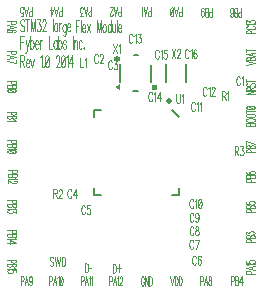
<source format=gto>
G04 DipTrace 2.4.0.2*
%INSTM32.gto*%
%MOMM*%
%ADD17C,0.152*%
%ADD32O,0.507X0.436*%
%ADD42O,0.525X0.48*%
%ADD70C,0.118*%
%ADD71C,0.111*%
%ADD72C,0.083*%
%FSLAX53Y53*%
G04*
G71*
G90*
G75*
G01*
%LNTopSilk*%
%LPD*%
D32*
X25875Y27858D3*
X26103Y27153D2*
D17*
X26703Y26553D1*
Y20553D2*
Y19953D1*
X26103D1*
X19503Y20553D2*
Y19953D1*
X20103D1*
Y27153D2*
X19503D1*
Y26553D1*
D42*
X21461Y31462D3*
G36*
X24819Y29242D2*
X24389D1*
Y28807D1*
X24819D1*
Y29242D1*
G37*
G36*
X21689Y29347D2*
X21329Y29062D1*
X21689Y28802D1*
Y28792D1*
D1*
Y29347D1*
G37*
X24369Y30977D2*
D17*
Y29487D1*
X23219Y28712D2*
X22849D1*
X21719Y30987D2*
Y29487D1*
X22869Y31787D2*
X23219D1*
X27285Y31040D2*
Y29505D1*
X25632Y31050D2*
Y29505D1*
X31890Y29803D2*
D70*
X31868Y29876D1*
X31824Y29949D1*
X31781Y29985D1*
X31693D1*
X31649Y29949D1*
X31606Y29876D1*
X31583Y29803D1*
X31562Y29694D1*
Y29511D1*
X31583Y29403D1*
X31606Y29329D1*
X31649Y29257D1*
X31693Y29220D1*
X31781D1*
X31824Y29257D1*
X31868Y29329D1*
X31890Y29403D1*
X32031Y29839D2*
X32075Y29876D1*
X32141Y29985D1*
Y29220D1*
X19850Y31698D2*
X19828Y31770D1*
X19784Y31843D1*
X19741Y31880D1*
X19653D1*
X19609Y31843D1*
X19566Y31770D1*
X19544Y31698D1*
X19522Y31588D1*
Y31405D1*
X19544Y31297D1*
X19566Y31223D1*
X19609Y31151D1*
X19653Y31114D1*
X19741D1*
X19784Y31151D1*
X19828Y31223D1*
X19850Y31297D1*
X20013Y31697D2*
Y31733D1*
X20035Y31806D1*
X20057Y31843D1*
X20101Y31879D1*
X20188D1*
X20232Y31843D1*
X20254Y31806D1*
X20276Y31733D1*
Y31661D1*
X20254Y31587D1*
X20210Y31479D1*
X19991Y31114D1*
X20297D1*
X21039Y31152D2*
X21017Y31225D1*
X20973Y31298D1*
X20930Y31334D1*
X20842D1*
X20798Y31298D1*
X20755Y31225D1*
X20733Y31152D1*
X20711Y31043D1*
Y30860D1*
X20733Y30751D1*
X20755Y30678D1*
X20798Y30606D1*
X20842Y30569D1*
X20930D1*
X20973Y30606D1*
X21017Y30678D1*
X21039Y30751D1*
X21224Y31333D2*
X21464D1*
X21333Y31042D1*
X21399D1*
X21442Y31006D1*
X21464Y30970D1*
X21486Y30860D1*
Y30788D1*
X21464Y30678D1*
X21421Y30605D1*
X21355Y30569D1*
X21289D1*
X21224Y30605D1*
X21202Y30642D1*
X21180Y30714D1*
X17597Y20258D2*
X17575Y20331D1*
X17531Y20404D1*
X17488Y20440D1*
X17400D1*
X17356Y20404D1*
X17313Y20331D1*
X17291Y20258D1*
X17269Y20149D1*
Y19966D1*
X17291Y19858D1*
X17313Y19784D1*
X17356Y19712D1*
X17400Y19675D1*
X17488D1*
X17531Y19712D1*
X17575Y19784D1*
X17597Y19858D1*
X17957Y19675D2*
Y20440D1*
X17738Y19930D1*
X18066D1*
X18764Y18886D2*
X18742Y18958D1*
X18698Y19031D1*
X18655Y19068D1*
X18567D1*
X18523Y19031D1*
X18480Y18958D1*
X18458Y18886D1*
X18436Y18776D1*
Y18593D1*
X18458Y18485D1*
X18480Y18411D1*
X18523Y18339D1*
X18567Y18302D1*
X18655D1*
X18698Y18339D1*
X18742Y18411D1*
X18764Y18485D1*
X19167Y19067D2*
X18949D1*
X18927Y18739D1*
X18949Y18775D1*
X19015Y18812D1*
X19080D1*
X19146Y18775D1*
X19190Y18703D1*
X19211Y18593D1*
Y18521D1*
X19190Y18411D1*
X19146Y18338D1*
X19080Y18302D1*
X19015D1*
X18949Y18338D1*
X18927Y18375D1*
X18905Y18448D1*
X28155Y14616D2*
X28133Y14688D1*
X28089Y14762D1*
X28046Y14798D1*
X27958D1*
X27914Y14762D1*
X27871Y14688D1*
X27849Y14616D1*
X27827Y14506D1*
Y14324D1*
X27849Y14215D1*
X27871Y14142D1*
X27914Y14069D1*
X27958Y14032D1*
X28046D1*
X28089Y14069D1*
X28133Y14142D1*
X28155Y14215D1*
X28558Y14688D2*
X28537Y14761D1*
X28471Y14797D1*
X28427D1*
X28362Y14761D1*
X28318Y14651D1*
X28296Y14469D1*
Y14287D1*
X28318Y14142D1*
X28362Y14068D1*
X28427Y14032D1*
X28449D1*
X28514Y14068D1*
X28558Y14142D1*
X28580Y14251D1*
Y14287D1*
X28558Y14397D1*
X28514Y14469D1*
X28449Y14506D1*
X28427D1*
X28362Y14469D1*
X28318Y14397D1*
X28296Y14287D1*
X27925Y15963D2*
X27903Y16036D1*
X27859Y16109D1*
X27816Y16145D1*
X27728D1*
X27684Y16109D1*
X27641Y16036D1*
X27619Y15963D1*
X27597Y15854D1*
Y15671D1*
X27619Y15562D1*
X27641Y15489D1*
X27684Y15416D1*
X27728Y15379D1*
X27816D1*
X27859Y15416D1*
X27903Y15489D1*
X27925Y15562D1*
X28154Y15379D2*
X28372Y16144D1*
X28066D1*
X27931Y17104D2*
X27909Y17177D1*
X27865Y17250D1*
X27822Y17286D1*
X27735D1*
X27691Y17250D1*
X27647Y17177D1*
X27625Y17104D1*
X27603Y16995D1*
Y16812D1*
X27625Y16703D1*
X27647Y16630D1*
X27691Y16558D1*
X27735Y16521D1*
X27822D1*
X27865Y16558D1*
X27909Y16630D1*
X27931Y16703D1*
X28181Y17285D2*
X28116Y17249D1*
X28094Y17177D1*
Y17103D1*
X28116Y17031D1*
X28160Y16994D1*
X28247Y16958D1*
X28313Y16922D1*
X28356Y16848D1*
X28378Y16776D1*
Y16666D1*
X28356Y16594D1*
X28335Y16557D1*
X28269Y16521D1*
X28181D1*
X28116Y16557D1*
X28094Y16594D1*
X28072Y16666D1*
Y16776D1*
X28094Y16848D1*
X28138Y16922D1*
X28203Y16958D1*
X28291Y16994D1*
X28335Y17031D1*
X28356Y17103D1*
Y17177D1*
X28335Y17249D1*
X28269Y17285D1*
X28181D1*
X27938Y18238D2*
X27916Y18311D1*
X27872Y18384D1*
X27829Y18420D1*
X27742D1*
X27698Y18384D1*
X27654Y18311D1*
X27632Y18238D1*
X27610Y18129D1*
Y17946D1*
X27632Y17837D1*
X27654Y17764D1*
X27698Y17692D1*
X27742Y17654D1*
X27829D1*
X27872Y17692D1*
X27916Y17764D1*
X27938Y17837D1*
X28364Y18165D2*
X28342Y18055D1*
X28298Y17982D1*
X28232Y17946D1*
X28211D1*
X28145Y17982D1*
X28102Y18055D1*
X28079Y18165D1*
Y18201D1*
X28102Y18311D1*
X28145Y18383D1*
X28211Y18419D1*
X28232D1*
X28298Y18383D1*
X28342Y18311D1*
X28364Y18165D1*
Y17982D1*
X28342Y17800D1*
X28298Y17691D1*
X28232Y17654D1*
X28189D1*
X28123Y17691D1*
X28102Y17764D1*
X27928Y19415D2*
X27906Y19487D1*
X27862Y19560D1*
X27819Y19597D1*
X27732D1*
X27688Y19560D1*
X27644Y19487D1*
X27622Y19415D1*
X27600Y19305D1*
Y19122D1*
X27622Y19014D1*
X27644Y18940D1*
X27688Y18868D1*
X27732Y18831D1*
X27819D1*
X27862Y18868D1*
X27906Y18940D1*
X27928Y19014D1*
X28069Y19450D2*
X28113Y19487D1*
X28179Y19596D1*
Y18831D1*
X28452Y19596D2*
X28386Y19559D1*
X28342Y19450D1*
X28320Y19268D1*
Y19159D1*
X28342Y18977D1*
X28386Y18867D1*
X28452Y18831D1*
X28495D1*
X28561Y18867D1*
X28604Y18977D1*
X28626Y19159D1*
Y19268D1*
X28604Y19450D1*
X28561Y19559D1*
X28495Y19596D1*
X28452D1*
X28604Y19450D2*
X28342Y18977D1*
X28058Y27627D2*
X28036Y27700D1*
X27992Y27773D1*
X27949Y27809D1*
X27861D1*
X27817Y27773D1*
X27774Y27700D1*
X27752Y27627D1*
X27730Y27518D1*
Y27335D1*
X27752Y27226D1*
X27774Y27153D1*
X27817Y27081D1*
X27861Y27044D1*
X27949D1*
X27992Y27081D1*
X28036Y27153D1*
X28058Y27226D1*
X28199Y27663D2*
X28243Y27700D1*
X28309Y27809D1*
Y27044D1*
X28450Y27663D2*
X28494Y27700D1*
X28559Y27809D1*
Y27044D1*
X29052Y28916D2*
X29031Y28989D1*
X28987Y29062D1*
X28943Y29098D1*
X28856D1*
X28812Y29062D1*
X28768Y28989D1*
X28746Y28916D1*
X28724Y28807D1*
Y28624D1*
X28746Y28515D1*
X28768Y28442D1*
X28812Y28370D1*
X28856Y28333D1*
X28943D1*
X28987Y28370D1*
X29031Y28442D1*
X29052Y28515D1*
X29193Y28952D2*
X29237Y28989D1*
X29303Y29097D1*
Y28333D1*
X29467Y28916D2*
Y28952D1*
X29488Y29025D1*
X29510Y29061D1*
X29554Y29097D1*
X29641D1*
X29685Y29061D1*
X29707Y29025D1*
X29729Y28952D1*
Y28879D1*
X29707Y28806D1*
X29663Y28697D1*
X29444Y28333D1*
X29751D1*
X22796Y33401D2*
X22774Y33474D1*
X22730Y33547D1*
X22687Y33583D1*
X22599D1*
X22556Y33547D1*
X22512Y33474D1*
X22490Y33401D1*
X22468Y33292D1*
Y33109D1*
X22490Y33000D1*
X22512Y32927D1*
X22556Y32855D1*
X22599Y32818D1*
X22687D1*
X22730Y32855D1*
X22774Y32927D1*
X22796Y33000D1*
X22937Y33437D2*
X22981Y33474D1*
X23047Y33583D1*
Y32818D1*
X23232Y33583D2*
X23472D1*
X23341Y33291D1*
X23407D1*
X23450Y33255D1*
X23472Y33219D1*
X23494Y33109D1*
Y33037D1*
X23472Y32927D1*
X23429Y32854D1*
X23363Y32818D1*
X23297D1*
X23232Y32854D1*
X23210Y32891D1*
X23188Y32963D1*
X24450Y28474D2*
X24428Y28546D1*
X24384Y28620D1*
X24341Y28656D1*
X24253D1*
X24209Y28620D1*
X24166Y28546D1*
X24144Y28474D1*
X24122Y28364D1*
Y28182D1*
X24144Y28073D1*
X24166Y28000D1*
X24209Y27927D1*
X24253Y27890D1*
X24341D1*
X24384Y27927D1*
X24428Y28000D1*
X24450Y28073D1*
X24591Y28509D2*
X24635Y28546D1*
X24701Y28655D1*
Y27890D1*
X25061D2*
Y28655D1*
X24842Y28145D1*
X25170D1*
X25004Y32068D2*
X24982Y32141D1*
X24939Y32214D1*
X24895Y32250D1*
X24808D1*
X24764Y32214D1*
X24720Y32141D1*
X24698Y32068D1*
X24676Y31959D1*
Y31776D1*
X24698Y31667D1*
X24720Y31594D1*
X24764Y31522D1*
X24808Y31485D1*
X24895D1*
X24939Y31522D1*
X24982Y31594D1*
X25004Y31667D1*
X25145Y32104D2*
X25189Y32141D1*
X25255Y32249D1*
Y31485D1*
X25659Y32249D2*
X25440D1*
X25418Y31922D1*
X25440Y31958D1*
X25506Y31995D1*
X25571D1*
X25637Y31958D1*
X25681Y31886D1*
X25703Y31776D1*
Y31704D1*
X25681Y31594D1*
X25637Y31521D1*
X25571Y31485D1*
X25506D1*
X25440Y31521D1*
X25418Y31558D1*
X25396Y31630D1*
X27536Y32103D2*
X27514Y32175D1*
X27470Y32248D1*
X27427Y32285D1*
X27339D1*
X27295Y32248D1*
X27252Y32175D1*
X27230Y32103D1*
X27208Y31993D1*
Y31810D1*
X27230Y31702D1*
X27252Y31628D1*
X27295Y31556D1*
X27339Y31519D1*
X27427D1*
X27470Y31556D1*
X27514Y31628D1*
X27536Y31702D1*
X27677Y32138D2*
X27721Y32175D1*
X27787Y32284D1*
Y31519D1*
X28190Y32175D2*
X28169Y32247D1*
X28103Y32284D1*
X28059D1*
X27994Y32247D1*
X27950Y32138D1*
X27928Y31956D1*
Y31774D1*
X27950Y31628D1*
X27994Y31555D1*
X28059Y31519D1*
X28081D1*
X28146Y31555D1*
X28190Y31628D1*
X28212Y31738D1*
Y31774D1*
X28190Y31884D1*
X28146Y31956D1*
X28081Y31992D1*
X28059D1*
X27994Y31956D1*
X27950Y31884D1*
X27928Y31774D1*
X18310Y31510D2*
Y30744D1*
X18573D1*
X18714Y31363D2*
X18758Y31400D1*
X18823Y31509D1*
Y30744D1*
X30342Y28347D2*
X30539D1*
X30605Y28384D1*
X30627Y28421D1*
X30649Y28493D1*
Y28566D1*
X30627Y28639D1*
X30605Y28676D1*
X30539Y28712D1*
X30342D1*
Y27946D1*
X30495Y28347D2*
X30649Y27946D1*
X30790Y28565D2*
X30834Y28603D1*
X30899Y28711D1*
Y27946D1*
X16055Y20072D2*
X16252D1*
X16317Y20109D1*
X16340Y20145D1*
X16361Y20217D1*
Y20291D1*
X16340Y20363D1*
X16317Y20400D1*
X16252Y20436D1*
X16055D1*
Y19671D1*
X16208Y20072D2*
X16361Y19671D1*
X16525Y20254D2*
Y20290D1*
X16546Y20363D1*
X16568Y20399D1*
X16612Y20435D1*
X16700D1*
X16743Y20399D1*
X16765Y20363D1*
X16787Y20290D1*
Y20217D1*
X16765Y20144D1*
X16721Y20035D1*
X16502Y19671D1*
X16809D1*
X31421Y23700D2*
X31617D1*
X31683Y23737D1*
X31705Y23773D1*
X31727Y23845D1*
Y23919D1*
X31705Y23991D1*
X31683Y24028D1*
X31617Y24064D1*
X31421D1*
Y23299D1*
X31574Y23700D2*
X31727Y23299D1*
X31912Y24064D2*
X32152D1*
X32021Y23772D1*
X32087D1*
X32131Y23736D1*
X32152Y23700D1*
X32175Y23590D1*
Y23518D1*
X32152Y23408D1*
X32109Y23335D1*
X32043Y23299D1*
X31977D1*
X31912Y23335D1*
X31891Y23372D1*
X31868Y23444D1*
X16064Y14594D2*
X16021Y14667D1*
X15955Y14703D1*
X15868D1*
X15802Y14667D1*
X15758Y14594D1*
Y14521D1*
X15780Y14448D1*
X15802Y14412D1*
X15846Y14375D1*
X15977Y14302D1*
X16021Y14266D1*
X16043Y14229D1*
X16064Y14156D1*
Y14047D1*
X16021Y13975D1*
X15955Y13937D1*
X15868D1*
X15802Y13975D1*
X15758Y14047D1*
X16206Y14703D2*
X16315Y13937D1*
X16424Y14703D1*
X16534Y13937D1*
X16643Y14703D1*
X16784D2*
Y13937D1*
X16938D1*
X17003Y13975D1*
X17047Y14047D1*
X17069Y14120D1*
X17091Y14229D1*
Y14412D1*
X17069Y14521D1*
X17047Y14594D1*
X17003Y14667D1*
X16938Y14703D1*
X16784D1*
X26485Y28465D2*
Y27918D1*
X26507Y27809D1*
X26551Y27736D1*
X26617Y27699D1*
X26660D1*
X26726Y27736D1*
X26770Y27809D1*
X26792Y27918D1*
Y28465D1*
X26933Y28318D2*
X26977Y28356D1*
X27043Y28464D1*
Y27699D1*
X21152Y32691D2*
X21458Y31926D1*
Y32691D2*
X21152Y31926D1*
X21599Y32545D2*
X21643Y32582D1*
X21709Y32690D1*
Y31926D1*
X26081Y32306D2*
X26388Y31540D1*
Y32306D2*
X26081Y31540D1*
X26551Y32123D2*
Y32159D1*
X26573Y32232D1*
X26595Y32268D1*
X26639Y32305D1*
X26726D1*
X26769Y32268D1*
X26791Y32232D1*
X26813Y32159D1*
Y32087D1*
X26791Y32013D1*
X26748Y31905D1*
X26529Y31540D1*
X26835D1*
X13583Y33357D2*
D71*
X13267D1*
Y32336D1*
Y32870D2*
X13461D1*
X13719Y33016D2*
X13865Y32336D1*
X13816Y32142D1*
X13767Y32044D1*
X13719Y31996D1*
X13694D1*
X14011Y33016D2*
X13865Y32336D1*
X14122Y33357D2*
Y32336D1*
Y32870D2*
X14170Y32968D1*
X14219Y33016D1*
X14292D1*
X14340Y32968D1*
X14389Y32870D1*
X14413Y32724D1*
Y32628D1*
X14389Y32482D1*
X14340Y32385D1*
X14292Y32336D1*
X14219D1*
X14170Y32385D1*
X14122Y32482D1*
X14524Y32724D2*
X14816D1*
Y32822D1*
X14791Y32920D1*
X14767Y32968D1*
X14718Y33016D1*
X14645D1*
X14597Y32968D1*
X14548Y32870D1*
X14524Y32724D1*
Y32628D1*
X14548Y32482D1*
X14597Y32385D1*
X14645Y32336D1*
X14718D1*
X14767Y32385D1*
X14816Y32482D1*
X14927Y33016D2*
Y32336D1*
Y32724D2*
X14951Y32870D1*
X15000Y32968D1*
X15049Y33016D1*
X15122D1*
X15681Y33357D2*
Y32336D1*
X15972D1*
X16375Y33016D2*
Y32336D1*
Y32870D2*
X16326Y32968D1*
X16278Y33016D1*
X16205D1*
X16156Y32968D1*
X16108Y32870D1*
X16083Y32724D1*
Y32628D1*
X16108Y32482D1*
X16156Y32385D1*
X16205Y32336D1*
X16278D1*
X16326Y32385D1*
X16375Y32482D1*
X16486Y33357D2*
Y32336D1*
Y32870D2*
X16535Y32968D1*
X16583Y33016D1*
X16656D1*
X16704Y32968D1*
X16753Y32870D1*
X16777Y32724D1*
Y32628D1*
X16753Y32482D1*
X16704Y32385D1*
X16656Y32336D1*
X16583D1*
X16535Y32385D1*
X16486Y32482D1*
X17156Y32870D2*
X17132Y32968D1*
X17059Y33016D1*
X16986D1*
X16913Y32968D1*
X16888Y32870D1*
X16913Y32774D1*
X16961Y32724D1*
X17083Y32676D1*
X17132Y32628D1*
X17156Y32530D1*
Y32482D1*
X17132Y32385D1*
X17059Y32336D1*
X16986D1*
X16913Y32385D1*
X16888Y32482D1*
X17715Y33357D2*
Y32336D1*
X17826Y33016D2*
Y32336D1*
Y32822D2*
X17899Y32968D1*
X17948Y33016D1*
X18020D1*
X18069Y32968D1*
X18093Y32822D1*
Y32336D1*
X18496Y32870D2*
X18447Y32968D1*
X18399Y33016D1*
X18326D1*
X18277Y32968D1*
X18229Y32870D1*
X18204Y32724D1*
Y32628D1*
X18229Y32482D1*
X18277Y32385D1*
X18326Y32336D1*
X18399D1*
X18447Y32385D1*
X18496Y32482D1*
X18632Y32434D2*
X18607Y32384D1*
X18632Y32336D1*
X18656Y32384D1*
X18632Y32434D1*
X13279Y31285D2*
X13497D1*
X13570Y31334D1*
X13595Y31382D1*
X13619Y31479D1*
Y31577D1*
X13595Y31673D1*
X13570Y31723D1*
X13497Y31771D1*
X13279D1*
Y30750D1*
X13449Y31285D2*
X13619Y30750D1*
X13730Y31139D2*
X14022D1*
Y31236D1*
X13997Y31334D1*
X13973Y31382D1*
X13924Y31431D1*
X13851D1*
X13803Y31382D1*
X13754Y31285D1*
X13730Y31139D1*
Y31042D1*
X13754Y30896D1*
X13803Y30799D1*
X13851Y30750D1*
X13924D1*
X13973Y30799D1*
X14022Y30896D1*
X14133Y31431D2*
X14279Y30750D1*
X14424Y31431D1*
X14983Y31576D2*
X15032Y31625D1*
X15105Y31770D1*
Y30750D1*
X15240Y30848D2*
X15216Y30798D1*
X15240Y30750D1*
X15265Y30798D1*
X15240Y30848D1*
X15522Y31770D2*
X15449Y31722D1*
X15400Y31576D1*
X15376Y31333D1*
Y31187D1*
X15400Y30944D1*
X15449Y30798D1*
X15522Y30750D1*
X15570D1*
X15643Y30798D1*
X15692Y30944D1*
X15716Y31187D1*
Y31333D1*
X15692Y31576D1*
X15643Y31722D1*
X15570Y31770D1*
X15522D1*
X15692Y31576D2*
X15400Y30944D1*
X16300Y31527D2*
Y31576D1*
X16324Y31673D1*
X16349Y31722D1*
X16397Y31770D1*
X16495D1*
X16543Y31722D1*
X16567Y31673D1*
X16592Y31576D1*
Y31479D1*
X16567Y31381D1*
X16519Y31236D1*
X16276Y30750D1*
X16616D1*
X16873Y31770D2*
X16800Y31722D1*
X16751Y31576D1*
X16727Y31333D1*
Y31187D1*
X16751Y30944D1*
X16800Y30798D1*
X16873Y30750D1*
X16921D1*
X16994Y30798D1*
X17043Y30944D1*
X17067Y31187D1*
Y31333D1*
X17043Y31576D1*
X16994Y31722D1*
X16921Y31770D1*
X16873D1*
X17043Y31576D2*
X16751Y30944D1*
X17178Y31576D2*
X17227Y31625D1*
X17300Y31770D1*
Y30750D1*
X17655D2*
Y31770D1*
X17411Y31090D1*
X17776D1*
X13596Y34654D2*
X13548Y34752D1*
X13475Y34800D1*
X13378D1*
X13305Y34752D1*
X13256Y34654D1*
Y34557D1*
X13281Y34460D1*
X13305Y34411D1*
X13353Y34363D1*
X13499Y34265D1*
X13548Y34217D1*
X13572Y34168D1*
X13596Y34071D1*
Y33925D1*
X13548Y33828D1*
X13475Y33779D1*
X13378D1*
X13305Y33828D1*
X13256Y33925D1*
X13877Y34800D2*
Y33779D1*
X13707Y34800D2*
X14048D1*
X14547Y33779D2*
Y34800D1*
X14353Y33779D1*
X14159Y34800D1*
Y33779D1*
X14707Y34799D2*
X14974D1*
X14829Y34410D1*
X14902D1*
X14950Y34362D1*
X14974Y34314D1*
X14999Y34168D1*
Y34071D1*
X14974Y33925D1*
X14926Y33827D1*
X14853Y33779D1*
X14780D1*
X14707Y33827D1*
X14683Y33877D1*
X14658Y33973D1*
X15135Y34556D2*
Y34604D1*
X15159Y34702D1*
X15183Y34750D1*
X15232Y34799D1*
X15329D1*
X15377Y34750D1*
X15401Y34702D1*
X15426Y34604D1*
Y34508D1*
X15401Y34410D1*
X15353Y34265D1*
X15110Y33779D1*
X15450D1*
X16009Y34800D2*
Y33779D1*
X16412Y34460D2*
Y33779D1*
Y34314D2*
X16364Y34411D1*
X16315Y34460D1*
X16242D1*
X16193Y34411D1*
X16145Y34314D1*
X16120Y34168D1*
Y34071D1*
X16145Y33925D1*
X16193Y33828D1*
X16242Y33779D1*
X16315D1*
X16364Y33828D1*
X16412Y33925D1*
X16523Y34460D2*
Y33779D1*
Y34168D2*
X16548Y34314D1*
X16596Y34411D1*
X16645Y34460D1*
X16718D1*
X17120Y34411D2*
Y33633D1*
X17096Y33488D1*
X17072Y33439D1*
X17023Y33390D1*
X16950D1*
X16902Y33439D1*
X17120Y34265D2*
X17072Y34362D1*
X17023Y34411D1*
X16950D1*
X16902Y34362D1*
X16853Y34265D1*
X16829Y34119D1*
Y34022D1*
X16853Y33877D1*
X16902Y33779D1*
X16950Y33731D1*
X17023D1*
X17072Y33779D1*
X17120Y33877D1*
X17231Y34168D2*
X17523D1*
Y34265D1*
X17499Y34363D1*
X17475Y34411D1*
X17426Y34460D1*
X17353D1*
X17304Y34411D1*
X17256Y34314D1*
X17231Y34168D1*
Y34071D1*
X17256Y33925D1*
X17304Y33828D1*
X17353Y33779D1*
X17426D1*
X17475Y33828D1*
X17523Y33925D1*
X12519Y14458D2*
D72*
Y14294D1*
X12555Y14239D1*
X12592Y14221D1*
X12665Y14203D1*
X12774D1*
X12847Y14221D1*
X12884Y14239D1*
X12920Y14294D1*
Y14458D1*
X12154D1*
X12920Y14119D2*
X12154D1*
Y13955D1*
X12192Y13900D1*
X12228Y13882D1*
X12300Y13864D1*
X12410D1*
X12483Y13882D1*
X12519Y13900D1*
X12555Y13955D1*
X12592Y13900D1*
X12629Y13882D1*
X12701Y13864D1*
X12774D1*
X12847Y13882D1*
X12884Y13900D1*
X12920Y13955D1*
Y14119D1*
X12555D2*
Y13955D1*
X12774Y13781D2*
X12811Y13744D1*
X12919Y13689D1*
X12154D1*
X12919Y13387D2*
Y13569D1*
X12592Y13588D1*
X12628Y13569D1*
X12665Y13515D1*
Y13460D1*
X12628Y13406D1*
X12555Y13369D1*
X12446Y13351D1*
X12373D1*
X12264Y13369D1*
X12191Y13406D1*
X12154Y13460D1*
Y13515D1*
X12191Y13569D1*
X12228Y13588D1*
X12300Y13606D1*
X12544Y16935D2*
Y16771D1*
X12580Y16716D1*
X12617Y16698D1*
X12690Y16680D1*
X12799D1*
X12872Y16698D1*
X12909Y16716D1*
X12945Y16771D1*
Y16935D1*
X12179D1*
X12945Y16596D2*
X12179D1*
Y16432D1*
X12216Y16377D1*
X12253Y16359D1*
X12325Y16341D1*
X12434D1*
X12508Y16359D1*
X12544Y16377D1*
X12580Y16432D1*
X12617Y16377D1*
X12653Y16359D1*
X12726Y16341D1*
X12799D1*
X12872Y16359D1*
X12909Y16377D1*
X12945Y16432D1*
Y16596D1*
X12580D2*
Y16432D1*
X12798Y16258D2*
X12835Y16221D1*
X12944Y16166D1*
X12179D1*
Y15901D2*
X12944D1*
X12434Y16083D1*
Y15810D1*
X12547Y19529D2*
Y19365D1*
X12583Y19311D1*
X12620Y19292D1*
X12693Y19274D1*
X12802D1*
X12875Y19292D1*
X12912Y19311D1*
X12948Y19365D1*
Y19529D1*
X12182D1*
X12948Y19191D2*
X12182D1*
Y19027D1*
X12219Y18972D1*
X12256Y18954D1*
X12328Y18936D1*
X12438D1*
X12511Y18954D1*
X12547Y18972D1*
X12583Y19027D1*
X12620Y18972D1*
X12657Y18954D1*
X12729Y18936D1*
X12802D1*
X12875Y18954D1*
X12912Y18972D1*
X12948Y19027D1*
Y19191D1*
X12583D2*
Y19027D1*
X12801Y18852D2*
X12838Y18816D1*
X12947Y18761D1*
X12182D1*
X12947Y18641D2*
Y18441D1*
X12656Y18550D1*
Y18495D1*
X12619Y18459D1*
X12583Y18441D1*
X12474Y18422D1*
X12401D1*
X12292Y18441D1*
X12219Y18477D1*
X12182Y18532D1*
Y18587D1*
X12219Y18641D1*
X12256Y18659D1*
X12328Y18678D1*
X12557Y22021D2*
Y21857D1*
X12593Y21802D1*
X12630Y21784D1*
X12703Y21766D1*
X12812D1*
X12884Y21784D1*
X12922Y21802D1*
X12958Y21857D1*
Y22021D1*
X12192D1*
X12958Y21682D2*
X12192D1*
Y21518D1*
X12229Y21463D1*
X12265Y21445D1*
X12338Y21427D1*
X12447D1*
X12521Y21445D1*
X12557Y21463D1*
X12593Y21518D1*
X12630Y21463D1*
X12666Y21445D1*
X12739Y21427D1*
X12812D1*
X12884Y21445D1*
X12922Y21463D1*
X12958Y21518D1*
Y21682D1*
X12593D2*
Y21518D1*
X12811Y21344D2*
X12848Y21307D1*
X12957Y21252D1*
X12192D1*
X12775Y21151D2*
X12811D1*
X12884Y21132D1*
X12921Y21114D1*
X12957Y21078D1*
Y21005D1*
X12921Y20969D1*
X12884Y20950D1*
X12811Y20932D1*
X12739D1*
X12665Y20950D1*
X12557Y20987D1*
X12192Y21169D1*
Y20914D1*
X12526Y24596D2*
Y24431D1*
X12562Y24377D1*
X12599Y24358D1*
X12672Y24340D1*
X12781D1*
X12854Y24358D1*
X12891Y24377D1*
X12927Y24431D1*
Y24596D1*
X12161D1*
X12927Y24257D2*
X12161D1*
Y24093D1*
X12199Y24038D1*
X12235Y24020D1*
X12307Y24002D1*
X12417D1*
X12490Y24020D1*
X12526Y24038D1*
X12562Y24093D1*
X12599Y24038D1*
X12636Y24020D1*
X12708Y24002D1*
X12781D1*
X12854Y24020D1*
X12891Y24038D1*
X12927Y24093D1*
Y24257D1*
X12562D2*
Y24093D1*
X12781Y23918D2*
X12818Y23882D1*
X12926Y23827D1*
X12161D1*
X12926Y23634D2*
X12890Y23689D1*
X12781Y23726D1*
X12599Y23744D1*
X12489D1*
X12307Y23726D1*
X12198Y23689D1*
X12161Y23634D1*
Y23598D1*
X12198Y23543D1*
X12307Y23507D1*
X12489Y23488D1*
X12599D1*
X12781Y23507D1*
X12890Y23543D1*
X12926Y23598D1*
Y23634D1*
X12781Y23507D2*
X12307Y23726D1*
X29485Y35433D2*
X29320D1*
X29266Y35397D1*
X29248Y35360D1*
X29230Y35287D1*
Y35178D1*
X29248Y35106D1*
X29266Y35068D1*
X29320Y35032D1*
X29485D1*
Y35798D1*
X29146Y35032D2*
Y35798D1*
X28982D1*
X28927Y35761D1*
X28909Y35725D1*
X28891Y35652D1*
Y35543D1*
X28909Y35469D1*
X28927Y35433D1*
X28982Y35397D1*
X28927Y35360D1*
X28909Y35324D1*
X28891Y35251D1*
Y35178D1*
X28909Y35106D1*
X28927Y35068D1*
X28982Y35032D1*
X29146D1*
Y35397D2*
X28982D1*
X28571Y35287D2*
X28589Y35397D1*
X28625Y35470D1*
X28680Y35506D1*
X28698D1*
X28753Y35470D1*
X28789Y35397D1*
X28808Y35287D1*
Y35251D1*
X28789Y35142D1*
X28753Y35069D1*
X28698Y35033D1*
X28680D1*
X28625Y35069D1*
X28589Y35142D1*
X28571Y35287D1*
Y35470D1*
X28589Y35652D1*
X28625Y35762D1*
X28680Y35798D1*
X28716D1*
X28771Y35762D1*
X28789Y35688D1*
X31976Y35419D2*
X31812D1*
X31757Y35383D1*
X31739Y35346D1*
X31721Y35274D1*
Y35164D1*
X31739Y35092D1*
X31757Y35055D1*
X31812Y35018D1*
X31976D1*
Y35784D1*
X31637Y35018D2*
Y35784D1*
X31473D1*
X31418Y35747D1*
X31400Y35711D1*
X31382Y35638D1*
Y35529D1*
X31400Y35455D1*
X31418Y35419D1*
X31473Y35383D1*
X31418Y35346D1*
X31400Y35310D1*
X31382Y35237D1*
Y35164D1*
X31400Y35092D1*
X31418Y35055D1*
X31473Y35018D1*
X31637D1*
Y35383D2*
X31473D1*
X31208Y35019D2*
X31262Y35055D1*
X31281Y35128D1*
Y35201D1*
X31262Y35274D1*
X31226Y35311D1*
X31153Y35347D1*
X31098Y35383D1*
X31062Y35456D1*
X31044Y35529D1*
Y35638D1*
X31062Y35711D1*
X31080Y35748D1*
X31135Y35784D1*
X31208D1*
X31262Y35748D1*
X31281Y35711D1*
X31299Y35638D1*
Y35529D1*
X31281Y35456D1*
X31244Y35383D1*
X31190Y35347D1*
X31117Y35311D1*
X31080Y35274D1*
X31062Y35201D1*
Y35128D1*
X31080Y35055D1*
X31135Y35019D1*
X31208D1*
X32398Y28722D2*
X33164D1*
X32398Y28467D1*
X33164D1*
X32763Y28805D2*
Y28969D1*
X32726Y29024D1*
X32690Y29043D1*
X32617Y29061D1*
X32544D1*
X32472Y29043D1*
X32434Y29024D1*
X32398Y28969D1*
Y28805D1*
X33164D1*
X32763Y28933D2*
X33164Y29061D1*
X32508Y29399D2*
X32434Y29363D1*
X32398Y29308D1*
Y29235D1*
X32434Y29181D1*
X32508Y29144D1*
X32580D1*
X32653Y29163D1*
X32690Y29181D1*
X32726Y29217D1*
X32799Y29326D1*
X32835Y29363D1*
X32872Y29381D1*
X32945Y29399D1*
X33054D1*
X33127Y29363D1*
X33164Y29308D1*
Y29235D1*
X33127Y29181D1*
X33054Y29144D1*
X32398Y29610D2*
X33164D1*
X32398Y29483D2*
Y29738D1*
X32385Y25794D2*
X33150D1*
Y25958D1*
X33113Y26013D1*
X33077Y26031D1*
X33005Y26049D1*
X32895D1*
X32822Y26031D1*
X32786Y26013D1*
X32750Y25958D1*
X32712Y26013D1*
X32676Y26031D1*
X32604Y26049D1*
X32531D1*
X32458Y26031D1*
X32421Y26013D1*
X32385Y25958D1*
Y25794D1*
X32750D2*
Y25958D1*
X32385Y26242D2*
X32421Y26205D1*
X32494Y26169D1*
X32567Y26151D1*
X32676Y26132D1*
X32859D1*
X32968Y26151D1*
X33041Y26169D1*
X33113Y26205D1*
X33150Y26242D1*
Y26315D1*
X33113Y26351D1*
X33041Y26388D1*
X32968Y26406D1*
X32859Y26424D1*
X32676D1*
X32567Y26406D1*
X32494Y26388D1*
X32421Y26351D1*
X32385Y26315D1*
Y26242D1*
Y26617D2*
X32421Y26580D1*
X32494Y26544D1*
X32567Y26525D1*
X32676Y26507D1*
X32859D1*
X32968Y26525D1*
X33041Y26544D1*
X33113Y26580D1*
X33150Y26617D1*
Y26690D1*
X33113Y26726D1*
X33041Y26762D1*
X32968Y26781D1*
X32859Y26799D1*
X32676D1*
X32567Y26781D1*
X32494Y26762D1*
X32421Y26726D1*
X32385Y26690D1*
Y26617D1*
Y27010D2*
X33150D1*
X32385Y26882D2*
Y27137D1*
X32386Y27330D2*
X32422Y27275D1*
X32531Y27239D1*
X32713Y27221D1*
X32823D1*
X33005Y27239D1*
X33114Y27275D1*
X33150Y27330D1*
Y27366D1*
X33114Y27421D1*
X33005Y27457D1*
X32823Y27476D1*
X32713D1*
X32531Y27457D1*
X32422Y27421D1*
X32386Y27366D1*
Y27330D1*
X32531Y27457D2*
X33005Y27239D1*
X31147Y12664D2*
X31312D1*
X31366Y12700D1*
X31384Y12738D1*
X31403Y12810D1*
Y12919D1*
X31384Y12992D1*
X31366Y13029D1*
X31312Y13065D1*
X31147D1*
Y12300D1*
X31486Y13065D2*
Y12300D1*
X31650D1*
X31705Y12337D1*
X31723Y12373D1*
X31741Y12445D1*
Y12555D1*
X31723Y12628D1*
X31705Y12664D1*
X31650Y12700D1*
X31705Y12738D1*
X31723Y12774D1*
X31741Y12846D1*
Y12919D1*
X31723Y12992D1*
X31705Y13029D1*
X31650Y13065D1*
X31486D1*
Y12700D2*
X31650D1*
X32007Y12300D2*
Y13064D1*
X31824Y12555D1*
X32098D1*
X32775Y18483D2*
Y18648D1*
X32738Y18702D1*
X32701Y18720D1*
X32629Y18739D1*
X32519D1*
X32447Y18720D1*
X32410Y18702D1*
X32374Y18648D1*
Y18483D1*
X33139D1*
X32374Y18822D2*
X33139D1*
Y18986D1*
X33102Y19041D1*
X33066Y19059D1*
X32994Y19077D1*
X32884D1*
X32811Y19059D1*
X32775Y19041D1*
X32738Y18986D1*
X32701Y19041D1*
X32665Y19059D1*
X32593Y19077D1*
X32519D1*
X32447Y19059D1*
X32410Y19041D1*
X32374Y18986D1*
Y18822D1*
X32738D2*
Y18986D1*
X32374Y19379D2*
Y19197D1*
X32702Y19179D1*
X32666Y19197D1*
X32629Y19252D1*
Y19306D1*
X32666Y19361D1*
X32738Y19398D1*
X32848Y19416D1*
X32920D1*
X33030Y19398D1*
X33103Y19361D1*
X33139Y19306D1*
Y19252D1*
X33103Y19197D1*
X33066Y19179D1*
X32994Y19160D1*
X32783Y21045D2*
Y21209D1*
X32747Y21264D1*
X32710Y21282D1*
X32637Y21300D1*
X32528D1*
X32455Y21282D1*
X32418Y21264D1*
X32382Y21209D1*
Y21045D1*
X33148D1*
X32382Y21384D2*
X33148D1*
Y21548D1*
X33111Y21603D1*
X33074Y21621D1*
X33002Y21639D1*
X32892D1*
X32819Y21621D1*
X32783Y21603D1*
X32747Y21548D1*
X32710Y21603D1*
X32673Y21621D1*
X32601Y21639D1*
X32528D1*
X32455Y21621D1*
X32418Y21603D1*
X32382Y21548D1*
Y21384D1*
X32747D2*
Y21548D1*
X32492Y21941D2*
X32419Y21923D1*
X32383Y21868D1*
Y21832D1*
X32419Y21777D1*
X32529Y21740D1*
X32711Y21722D1*
X32892D1*
X33038Y21740D1*
X33111Y21777D1*
X33148Y21832D1*
Y21850D1*
X33111Y21904D1*
X33038Y21941D1*
X32929Y21959D1*
X32892D1*
X32783Y21941D1*
X32711Y21904D1*
X32674Y21850D1*
Y21832D1*
X32711Y21777D1*
X32783Y21740D1*
X32892Y21722D1*
X32783Y23532D2*
Y23696D1*
X32747Y23751D1*
X32710Y23769D1*
X32638Y23787D1*
X32528D1*
X32456Y23769D1*
X32419Y23751D1*
X32383Y23696D1*
Y23532D1*
X33148D1*
X32383Y23871D2*
X33148D1*
Y24035D1*
X33111Y24090D1*
X33075Y24108D1*
X33003Y24126D1*
X32893D1*
X32820Y24108D1*
X32784Y24090D1*
X32747Y24035D1*
X32710Y24090D1*
X32674Y24108D1*
X32602Y24126D1*
X32528D1*
X32456Y24108D1*
X32419Y24090D1*
X32383Y24035D1*
Y23871D1*
X32747D2*
Y24035D1*
X33148Y24282D2*
X32383Y24464D1*
Y24209D1*
X32769Y15929D2*
Y16093D1*
X32733Y16148D1*
X32696Y16166D1*
X32624Y16184D1*
X32514D1*
X32442Y16166D1*
X32405Y16148D1*
X32368Y16093D1*
Y15929D1*
X33134D1*
X32368Y16268D2*
X33134D1*
Y16432D1*
X33097Y16487D1*
X33061Y16505D1*
X32988Y16523D1*
X32879D1*
X32806Y16505D1*
X32769Y16487D1*
X32733Y16432D1*
X32696Y16487D1*
X32660Y16505D1*
X32587Y16523D1*
X32514D1*
X32442Y16505D1*
X32405Y16487D1*
X32368Y16432D1*
Y16268D1*
X32733D2*
Y16432D1*
X32369Y16643D2*
Y16843D1*
X32661Y16734D1*
Y16789D1*
X32697Y16825D1*
X32733Y16843D1*
X32843Y16861D1*
X32915D1*
X33025Y16843D1*
X33098Y16807D1*
X33134Y16752D1*
Y16697D1*
X33098Y16643D1*
X33061Y16625D1*
X32988Y16606D1*
X28484Y12650D2*
X28648D1*
X28702Y12686D1*
X28721Y12723D1*
X28739Y12796D1*
Y12905D1*
X28721Y12978D1*
X28702Y13015D1*
X28648Y13051D1*
X28484D1*
Y12285D1*
X29114D2*
X28968Y13051D1*
X28822Y12285D1*
X28877Y12541D2*
X29059D1*
X29288Y13050D2*
X29234Y13014D1*
X29216Y12941D1*
Y12868D1*
X29234Y12796D1*
X29270Y12759D1*
X29343Y12722D1*
X29398Y12686D1*
X29434Y12613D1*
X29452Y12541D1*
Y12431D1*
X29434Y12359D1*
X29416Y12322D1*
X29361Y12285D1*
X29288D1*
X29234Y12322D1*
X29216Y12359D1*
X29197Y12431D1*
Y12541D1*
X29216Y12613D1*
X29252Y12686D1*
X29307Y12722D1*
X29379Y12759D1*
X29416Y12796D1*
X29434Y12868D1*
Y12941D1*
X29416Y13014D1*
X29361Y13050D1*
X29288D1*
X26939Y35459D2*
X26775D1*
X26721Y35423D1*
X26702Y35385D1*
X26684Y35313D1*
Y35204D1*
X26702Y35131D1*
X26721Y35094D1*
X26775Y35058D1*
X26939D1*
Y35823D1*
X26309D2*
X26455Y35058D1*
X26601Y35823D1*
X26546Y35568D2*
X26364D1*
X26116Y35059D2*
X26171Y35095D1*
X26208Y35204D1*
X26226Y35386D1*
Y35496D1*
X26208Y35678D1*
X26171Y35787D1*
X26116Y35823D1*
X26080D1*
X26025Y35787D1*
X25989Y35678D1*
X25970Y35496D1*
Y35386D1*
X25989Y35204D1*
X26025Y35095D1*
X26080Y35059D1*
X26116D1*
X25989Y35204D2*
X26208Y35678D1*
X24342Y35471D2*
X24178D1*
X24123Y35435D1*
X24105Y35398D1*
X24087Y35325D1*
Y35216D1*
X24105Y35143D1*
X24123Y35106D1*
X24178Y35070D1*
X24342D1*
Y35836D1*
X23711D2*
X23858Y35070D1*
X24003Y35836D1*
X23949Y35581D2*
X23766D1*
X23628Y35217D2*
X23591Y35180D1*
X23537Y35071D1*
Y35836D1*
X21819Y35465D2*
X21654D1*
X21600Y35429D1*
X21582Y35392D1*
X21563Y35319D1*
Y35210D1*
X21582Y35137D1*
X21600Y35100D1*
X21654Y35064D1*
X21819D1*
Y35830D1*
X21188D2*
X21334Y35064D1*
X21480Y35830D1*
X21425Y35574D2*
X21243D1*
X21086Y35247D2*
Y35211D1*
X21068Y35137D1*
X21050Y35101D1*
X21014Y35065D1*
X20941D1*
X20904Y35101D1*
X20886Y35137D1*
X20868Y35211D1*
Y35283D1*
X20886Y35356D1*
X20923Y35465D1*
X21105Y35830D1*
X20850D1*
X19299Y35477D2*
X19135D1*
X19080Y35441D1*
X19062Y35404D1*
X19044Y35331D1*
Y35222D1*
X19062Y35149D1*
X19080Y35112D1*
X19135Y35076D1*
X19299D1*
Y35842D1*
X18668D2*
X18815Y35076D1*
X18960Y35842D1*
X18906Y35587D2*
X18723D1*
X18548Y35077D2*
X18348D1*
X18458Y35368D1*
X18403D1*
X18367Y35405D1*
X18348Y35441D1*
X18330Y35550D1*
Y35623D1*
X18348Y35732D1*
X18385Y35806D1*
X18439Y35842D1*
X18494D1*
X18548Y35806D1*
X18567Y35769D1*
X18585Y35696D1*
X16796Y35494D2*
X16632D1*
X16577Y35457D1*
X16559Y35420D1*
X16541Y35348D1*
Y35238D1*
X16559Y35166D1*
X16577Y35129D1*
X16632Y35093D1*
X16796D1*
Y35858D1*
X16165D2*
X16312Y35093D1*
X16457Y35858D1*
X16403Y35603D2*
X16220D1*
X15900Y35858D2*
Y35094D1*
X16082Y35603D1*
X15809D1*
X14229Y35489D2*
X14065D1*
X14011Y35453D1*
X13992Y35416D1*
X13974Y35344D1*
Y35234D1*
X13992Y35162D1*
X14011Y35125D1*
X14065Y35088D1*
X14229D1*
Y35854D1*
X13599D2*
X13745Y35088D1*
X13891Y35854D1*
X13836Y35599D2*
X13654D1*
X13297Y35089D2*
X13479D1*
X13497Y35417D1*
X13479Y35381D1*
X13424Y35344D1*
X13370D1*
X13315Y35381D1*
X13278Y35453D1*
X13260Y35563D1*
Y35635D1*
X13278Y35745D1*
X13315Y35818D1*
X13370Y35854D1*
X13424D1*
X13479Y35818D1*
X13497Y35781D1*
X13516Y35708D1*
X12491Y34643D2*
Y34478D1*
X12527Y34424D1*
X12564Y34406D1*
X12637Y34387D1*
X12746D1*
X12819Y34406D1*
X12856Y34424D1*
X12892Y34478D1*
Y34643D1*
X12126D1*
Y34012D2*
X12892Y34158D1*
X12126Y34304D1*
X12382Y34249D2*
Y34067D1*
X12783Y33710D2*
X12855Y33728D1*
X12891Y33783D1*
Y33819D1*
X12855Y33874D1*
X12746Y33911D1*
X12564Y33929D1*
X12382D1*
X12236Y33911D1*
X12163Y33874D1*
X12126Y33819D1*
Y33801D1*
X12163Y33747D1*
X12236Y33710D1*
X12345Y33692D1*
X12382D1*
X12491Y33710D1*
X12564Y33747D1*
X12600Y33801D1*
Y33819D1*
X12564Y33874D1*
X12491Y33911D1*
X12382Y33929D1*
X12502Y32087D2*
Y31923D1*
X12538Y31868D1*
X12576Y31850D1*
X12648Y31832D1*
X12757D1*
X12830Y31850D1*
X12867Y31868D1*
X12903Y31923D1*
Y32087D1*
X12138D1*
Y31456D2*
X12903Y31603D1*
X12138Y31748D1*
X12393Y31694D2*
Y31511D1*
X12138Y31300D2*
X12902Y31118D1*
Y31373D1*
X12509Y29580D2*
Y29416D1*
X12545Y29362D1*
X12582Y29343D1*
X12654Y29325D1*
X12764D1*
X12836Y29343D1*
X12873Y29362D1*
X12910Y29416D1*
Y29580D1*
X12144D1*
X12910Y29242D2*
X12144D1*
Y29078D1*
X12181Y29023D1*
X12217Y29005D1*
X12290Y28987D1*
X12399D1*
X12473Y29005D1*
X12509Y29023D1*
X12545Y29078D1*
X12582Y29023D1*
X12618Y29005D1*
X12691Y28987D1*
X12764D1*
X12836Y29005D1*
X12873Y29023D1*
X12910Y29078D1*
Y29242D1*
X12545D2*
Y29078D1*
X12909Y28794D2*
X12873Y28849D1*
X12763Y28885D1*
X12581Y28903D1*
X12472D1*
X12290Y28885D1*
X12180Y28849D1*
X12144Y28794D1*
Y28758D1*
X12180Y28703D1*
X12290Y28667D1*
X12472Y28648D1*
X12581D1*
X12763Y28667D1*
X12873Y28703D1*
X12909Y28758D1*
Y28794D1*
X12763Y28667D2*
X12290Y28885D1*
X12516Y26995D2*
Y26831D1*
X12552Y26776D1*
X12589Y26758D1*
X12661Y26740D1*
X12771D1*
X12843Y26758D1*
X12880Y26776D1*
X12917Y26831D1*
Y26995D1*
X12151D1*
X12917Y26656D2*
X12151D1*
Y26492D1*
X12188Y26437D1*
X12224Y26419D1*
X12297Y26401D1*
X12406D1*
X12479Y26419D1*
X12516Y26437D1*
X12552Y26492D1*
X12589Y26437D1*
X12625Y26419D1*
X12698Y26401D1*
X12771D1*
X12843Y26419D1*
X12880Y26437D1*
X12917Y26492D1*
Y26656D1*
X12552D2*
Y26492D1*
X12770Y26318D2*
X12807Y26281D1*
X12916Y26226D1*
X12151D1*
X15707Y12658D2*
X15871D1*
X15926Y12695D1*
X15944Y12732D1*
X15962Y12804D1*
Y12914D1*
X15944Y12986D1*
X15926Y13023D1*
X15871Y13059D1*
X15707D1*
Y12294D1*
X16337D2*
X16191Y13059D1*
X16045Y12294D1*
X16100Y12549D2*
X16283D1*
X16421Y12913D2*
X16457Y12950D1*
X16512Y13059D1*
Y12294D1*
X16705Y13059D2*
X16650Y13022D1*
X16614Y12913D1*
X16595Y12731D1*
Y12621D1*
X16614Y12439D1*
X16650Y12330D1*
X16705Y12294D1*
X16741D1*
X16796Y12330D1*
X16832Y12439D1*
X16851Y12621D1*
Y12731D1*
X16832Y12913D1*
X16796Y13022D1*
X16741Y13059D1*
X16705D1*
X16832Y12913D2*
X16614Y12439D1*
X18750Y14161D2*
Y13395D1*
X18877D1*
X18932Y13432D1*
X18969Y13504D1*
X18987Y13578D1*
X19005Y13686D1*
Y13869D1*
X18987Y13979D1*
X18969Y14051D1*
X18932Y14124D1*
X18877Y14161D1*
X18750D1*
X19088Y13777D2*
X19299D1*
X20780Y12650D2*
X20944D1*
X20998Y12687D1*
X21017Y12724D1*
X21035Y12796D1*
Y12906D1*
X21017Y12978D1*
X20998Y13015D1*
X20944Y13051D1*
X20780D1*
Y12286D1*
X21410D2*
X21264Y13051D1*
X21118Y12286D1*
X21173Y12541D2*
X21355D1*
X21494Y12905D2*
X21530Y12942D1*
X21585Y13050D1*
Y12286D1*
X21687Y12869D2*
Y12905D1*
X21705Y12978D1*
X21723Y13014D1*
X21760Y13050D1*
X21833D1*
X21869Y13014D1*
X21887Y12978D1*
X21905Y12905D1*
Y12832D1*
X21887Y12759D1*
X21851Y12650D1*
X21668Y12286D1*
X21923D1*
X23746Y12854D2*
X23728Y12926D1*
X23691Y12999D1*
X23655Y13035D1*
X23582D1*
X23546Y12999D1*
X23509Y12926D1*
X23491Y12854D1*
X23473Y12744D1*
Y12561D1*
X23491Y12453D1*
X23509Y12379D1*
X23546Y12307D1*
X23582Y12270D1*
X23655D1*
X23691Y12307D1*
X23728Y12379D1*
X23746Y12453D1*
Y12561D1*
X23655D1*
X24085Y13035D2*
Y12270D1*
X23829Y13035D1*
Y12270D1*
X24168Y13035D2*
Y12270D1*
X24296D1*
X24350Y12307D1*
X24387Y12379D1*
X24405Y12453D1*
X24423Y12561D1*
Y12744D1*
X24405Y12854D1*
X24387Y12926D1*
X24350Y12999D1*
X24296Y13035D1*
X24168D1*
X25969Y13061D2*
X26115Y12295D1*
X26261Y13061D1*
X26344D2*
Y12295D1*
X26472D1*
X26526Y12332D1*
X26563Y12405D1*
X26581Y12478D1*
X26599Y12587D1*
Y12769D1*
X26581Y12879D1*
X26563Y12951D1*
X26526Y13025D1*
X26472Y13061D1*
X26344D1*
X26682D2*
Y12295D1*
X26810D1*
X26865Y12332D1*
X26901Y12405D1*
X26920Y12478D1*
X26938Y12587D1*
Y12769D1*
X26920Y12879D1*
X26901Y12951D1*
X26865Y13025D1*
X26810Y13061D1*
X26682D1*
X32785Y13263D2*
Y13427D1*
X32749Y13482D1*
X32712Y13500D1*
X32639Y13518D1*
X32530D1*
X32457Y13500D1*
X32420Y13482D1*
X32384Y13427D1*
Y13263D1*
X33150D1*
Y13894D2*
X32384Y13747D1*
X33150Y13602D1*
X32894Y13656D2*
Y13839D1*
X32530Y13977D2*
X32493Y14014D1*
X32385Y14068D1*
X33150D1*
X32385Y14370D2*
Y14188D1*
X32712Y14170D1*
X32676Y14188D1*
X32639Y14243D1*
Y14297D1*
X32676Y14352D1*
X32749Y14389D1*
X32858Y14407D1*
X32931D1*
X33040Y14389D1*
X33113Y14352D1*
X33150Y14297D1*
Y14243D1*
X33113Y14188D1*
X33076Y14170D1*
X33004Y14152D1*
X32398Y30981D2*
X33164Y31127D1*
X32398Y31272D1*
Y31356D2*
X33164D1*
Y31520D1*
X33127Y31575D1*
X33091Y31593D1*
X33018Y31611D1*
X32909D1*
X32835Y31593D1*
X32799Y31575D1*
X32763Y31520D1*
X32726Y31575D1*
X32690Y31593D1*
X32617Y31611D1*
X32544D1*
X32472Y31593D1*
X32435Y31575D1*
X32398Y31520D1*
Y31356D1*
X32763D2*
Y31520D1*
X33164Y31986D2*
X32398Y31840D1*
X33164Y31694D1*
X32909Y31749D2*
Y31931D1*
X32398Y32197D2*
X33164D1*
X32398Y32069D2*
Y32325D1*
X32801Y33613D2*
Y33777D1*
X32765Y33832D1*
X32728Y33850D1*
X32656Y33868D1*
X32546D1*
X32474Y33850D1*
X32437Y33832D1*
X32400Y33777D1*
Y33613D1*
X33166D1*
X32582Y34225D2*
X32510Y34207D1*
X32437Y34170D1*
X32400Y34134D1*
Y34061D1*
X32437Y34025D1*
X32510Y33988D1*
X32582Y33970D1*
X32692Y33952D1*
X32875D1*
X32983Y33970D1*
X33057Y33988D1*
X33129Y34025D1*
X33166Y34061D1*
Y34134D1*
X33129Y34170D1*
X33057Y34207D1*
X32983Y34225D1*
X32547Y34308D2*
X32510Y34345D1*
X32401Y34400D1*
X33166D1*
X32401Y34520D2*
Y34720D1*
X32693Y34611D1*
Y34666D1*
X32729Y34702D1*
X32765Y34720D1*
X32875Y34738D1*
X32947D1*
X33057Y34720D1*
X33130Y34684D1*
X33166Y34629D1*
Y34574D1*
X33130Y34520D1*
X33093Y34502D1*
X33020Y34483D1*
X13306Y12658D2*
X13471D1*
X13525Y12694D1*
X13544Y12731D1*
X13562Y12803D1*
Y12913D1*
X13544Y12985D1*
X13525Y13022D1*
X13471Y13058D1*
X13306D1*
Y12293D1*
X13937D2*
X13791Y13058D1*
X13645Y12293D1*
X13700Y12548D2*
X13882D1*
X14257Y12803D2*
X14239Y12694D1*
X14203Y12620D1*
X14148Y12584D1*
X14130D1*
X14075Y12620D1*
X14039Y12694D1*
X14020Y12803D1*
Y12839D1*
X14039Y12949D1*
X14075Y13021D1*
X14130Y13058D1*
X14148D1*
X14203Y13021D1*
X14239Y12949D1*
X14257Y12803D1*
Y12620D1*
X14239Y12439D1*
X14203Y12329D1*
X14148Y12293D1*
X14112D1*
X14057Y12329D1*
X14039Y12402D1*
X18280Y34748D2*
D71*
X17964D1*
Y33727D1*
Y34261D2*
X18159D1*
X18391Y34748D2*
Y33727D1*
X18503Y34115D2*
X18794D1*
Y34213D1*
X18770Y34311D1*
X18746Y34359D1*
X18697Y34407D1*
X18624D1*
X18576Y34359D1*
X18527Y34261D1*
X18503Y34115D1*
Y34019D1*
X18527Y33873D1*
X18576Y33776D1*
X18624Y33727D1*
X18697D1*
X18746Y33776D1*
X18794Y33873D1*
X18905Y34407D2*
X19172Y33727D1*
Y34407D2*
X18905Y33727D1*
X20120D2*
Y34748D1*
X19926Y33727D1*
X19732Y34748D1*
Y33727D1*
X20353Y34407D2*
X20304Y34359D1*
X20255Y34261D1*
X20231Y34115D1*
Y34019D1*
X20255Y33873D1*
X20304Y33776D1*
X20353Y33727D1*
X20426D1*
X20474Y33776D1*
X20523Y33873D1*
X20547Y34019D1*
Y34115D1*
X20523Y34261D1*
X20474Y34359D1*
X20426Y34407D1*
X20353D1*
X20950Y34748D2*
Y33727D1*
Y34261D2*
X20902Y34359D1*
X20853Y34407D1*
X20780D1*
X20732Y34359D1*
X20683Y34261D1*
X20659Y34115D1*
Y34019D1*
X20683Y33873D1*
X20732Y33776D1*
X20780Y33727D1*
X20853D1*
X20902Y33776D1*
X20950Y33873D1*
X21061Y34407D2*
Y33921D1*
X21085Y33776D1*
X21134Y33727D1*
X21207D1*
X21255Y33776D1*
X21328Y33921D1*
Y34407D2*
Y33727D1*
X21439Y34748D2*
Y33727D1*
X21551Y34115D2*
X21842D1*
Y34213D1*
X21818Y34311D1*
X21794Y34359D1*
X21745Y34407D1*
X21672D1*
X21624Y34359D1*
X21575Y34261D1*
X21551Y34115D1*
Y34019D1*
X21575Y33873D1*
X21624Y33776D1*
X21672Y33727D1*
X21745D1*
X21794Y33776D1*
X21842Y33873D1*
X18388Y12678D2*
D72*
X18553D1*
X18607Y12714D1*
X18626Y12751D1*
X18644Y12824D1*
Y12933D1*
X18626Y13006D1*
X18607Y13043D1*
X18553Y13079D1*
X18388D1*
Y12313D1*
X19019D2*
X18873Y13079D1*
X18727Y12313D1*
X18782Y12568D2*
X18964D1*
X19102Y12932D2*
X19139Y12969D1*
X19194Y13078D1*
Y12313D1*
X19277Y12932D2*
X19314Y12969D1*
X19368Y13078D1*
Y12313D1*
X21101Y14110D2*
Y13345D1*
X21229D1*
X21283Y13382D1*
X21320Y13454D1*
X21338Y13528D1*
X21356Y13636D1*
Y13819D1*
X21338Y13928D1*
X21320Y14001D1*
X21283Y14074D1*
X21229Y14110D1*
X21101D1*
X21604Y14055D2*
Y13399D1*
X21440Y13727D2*
X21768D1*
M02*

</source>
